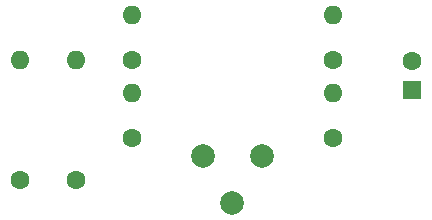
<source format=gbs>
G04 #@! TF.GenerationSoftware,KiCad,Pcbnew,(5.1.7)-1*
G04 #@! TF.CreationDate,2022-12-10T21:58:36+01:00*
G04 #@! TF.ProjectId,Skalen-Beleuchtung,536b616c-656e-42d4-9265-6c6575636874,rev?*
G04 #@! TF.SameCoordinates,Original*
G04 #@! TF.FileFunction,Soldermask,Bot*
G04 #@! TF.FilePolarity,Negative*
%FSLAX46Y46*%
G04 Gerber Fmt 4.6, Leading zero omitted, Abs format (unit mm)*
G04 Created by KiCad (PCBNEW (5.1.7)-1) date 2022-12-10 21:58:36*
%MOMM*%
%LPD*%
G01*
G04 APERTURE LIST*
%ADD10O,1.600000X1.600000*%
%ADD11C,1.600000*%
%ADD12R,1.600000X1.600000*%
%ADD13C,2.000000*%
G04 APERTURE END LIST*
D10*
X90000000Y-31190000D03*
D11*
X90000000Y-35000000D03*
D10*
X107000000Y-31190000D03*
D11*
X107000000Y-35000000D03*
D10*
X90000000Y-24550000D03*
D11*
X90000000Y-28360000D03*
D10*
X107000000Y-24550000D03*
D11*
X107000000Y-28360000D03*
X80500000Y-38520000D03*
D10*
X80500000Y-28360000D03*
D11*
X85250000Y-38520000D03*
D10*
X85250000Y-28360000D03*
D12*
X113750000Y-30975000D03*
D11*
X113750000Y-28475000D03*
D13*
X101000000Y-36500000D03*
X98500000Y-40500000D03*
X96000000Y-36500000D03*
M02*

</source>
